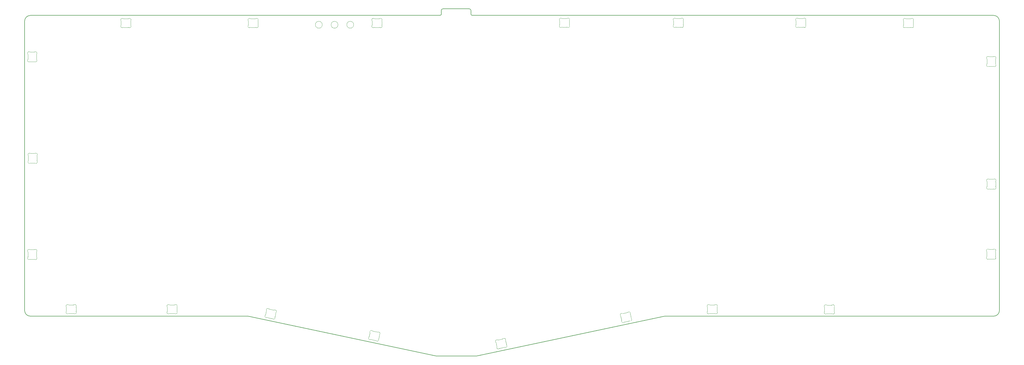
<source format=gm1>
%TF.GenerationSoftware,KiCad,Pcbnew,(5.99.0-11496-g396213fa30)*%
%TF.CreationDate,2021-07-23T07:47:41-04:00*%
%TF.ProjectId,arisutea-pcb,61726973-7574-4656-912d-7063622e6b69,0.4*%
%TF.SameCoordinates,Original*%
%TF.FileFunction,Profile,NP*%
%FSLAX46Y46*%
G04 Gerber Fmt 4.6, Leading zero omitted, Abs format (unit mm)*
G04 Created by KiCad (PCBNEW (5.99.0-11496-g396213fa30)) date 2021-07-23 07:47:41*
%MOMM*%
%LPD*%
G01*
G04 APERTURE LIST*
%TA.AperFunction,Profile*%
%ADD10C,0.150000*%
%TD*%
%TA.AperFunction,Profile*%
%ADD11C,0.010000*%
%TD*%
%TA.AperFunction,Profile*%
%ADD12C,0.100000*%
%TD*%
G04 APERTURE END LIST*
D10*
X362499949Y-24432509D02*
G75*
G02*
X364499949Y-26432509I0J-2000000D01*
G01*
X27412500Y-129207503D02*
G75*
G02*
X25412500Y-127207503I0J2000000D01*
G01*
X25412500Y-26432509D02*
X25412500Y-127207503D01*
X248110000Y-129207503D02*
X362499949Y-129207503D01*
X27412500Y-129207503D02*
X103126700Y-129207503D01*
X168600000Y-143125232D02*
X182630000Y-143125232D01*
X103126700Y-129207503D02*
X168600000Y-143125232D01*
X27412500Y-24432509D02*
G75*
G03*
X25412500Y-26432509I0J-2000000D01*
G01*
X182630000Y-143125232D02*
X248110000Y-129207503D01*
X364499949Y-26432509D02*
X364499949Y-127207503D01*
X170375000Y-23972792D02*
X170375000Y-22610808D01*
X170375000Y-22610808D02*
G75*
G02*
X170880914Y-22148800I505914J-45992D01*
G01*
X362499949Y-129207503D02*
G75*
G03*
X364499949Y-127207503I0J2000000D01*
G01*
X181172068Y-24432805D02*
X362499949Y-24432509D01*
X170375000Y-23972792D02*
G75*
G02*
X169869086Y-24434800I-505914J45992D01*
G01*
X180187992Y-22150000D02*
G75*
G02*
X180650000Y-22655914I-45992J-505914D01*
G01*
X169869086Y-24434800D02*
X27412500Y-24432509D01*
X181172068Y-24432805D02*
G75*
G02*
X180650000Y-23925000I-14068J507805D01*
G01*
X180187992Y-22150000D02*
X170880914Y-22148800D01*
X180650000Y-23925000D02*
X180650000Y-22655914D01*
D11*
X139884000Y-27686000D02*
G75*
G03*
X139884000Y-27686000I-1200000J0D01*
G01*
X134423000Y-27686000D02*
G75*
G03*
X134423000Y-27686000I-1200000J0D01*
G01*
X128962000Y-27686000D02*
G75*
G03*
X128962000Y-27686000I-1200000J0D01*
G01*
D12*
X28781842Y-37162001D02*
X27376158Y-37162001D01*
X27376158Y-40561999D02*
X28781842Y-40561999D01*
X26579000Y-38067548D02*
X26579000Y-39656452D01*
X29578999Y-39656452D02*
X29578999Y-38067547D01*
X26510703Y-39908711D02*
G75*
G03*
X27159280Y-40611484I431700J-252258D01*
G01*
X29647298Y-37815289D02*
G75*
G03*
X29578999Y-38067547I431701J-252258D01*
G01*
X27376157Y-40561999D02*
G75*
G03*
X27159280Y-40611484I1J-500000D01*
G01*
X26579000Y-38067548D02*
G75*
G03*
X26510701Y-37815289I-500000J0D01*
G01*
X27159280Y-37112516D02*
G75*
G03*
X27376158Y-37162001I216878J450515D01*
G01*
X28998720Y-40611484D02*
G75*
G03*
X28781842Y-40561999I-216878J-450515D01*
G01*
X29647297Y-37815289D02*
G75*
G03*
X28998720Y-37112516I-431700J252258D01*
G01*
X28781843Y-37162001D02*
G75*
G03*
X28998720Y-37112516I-1J500000D01*
G01*
X27159281Y-37112516D02*
G75*
G03*
X26510701Y-37815289I-216879J-450515D01*
G01*
X28998720Y-40611484D02*
G75*
G03*
X29647299Y-39908711I216878J450515D01*
G01*
X26510701Y-39908710D02*
G75*
G03*
X26579000Y-39656452I-431701J252258D01*
G01*
X29579000Y-39656453D02*
G75*
G03*
X29647299Y-39908711I499999J1D01*
G01*
X42408952Y-125284801D02*
X40820047Y-125284801D01*
X43314499Y-127487642D02*
X43314499Y-126081958D01*
X39914501Y-126081958D02*
X39914501Y-127487642D01*
X40820048Y-128284800D02*
X42408952Y-128284800D01*
X43314499Y-127487643D02*
G75*
G03*
X43363984Y-127704520I500000J1D01*
G01*
X39865016Y-127704519D02*
G75*
G03*
X40567789Y-128353099I450515J-216879D01*
G01*
X40820048Y-128284800D02*
G75*
G03*
X40567789Y-128353099I0J-500000D01*
G01*
X43363984Y-125865080D02*
G75*
G03*
X43314499Y-126081958I450515J-216878D01*
G01*
X42408953Y-125284800D02*
G75*
G03*
X42661211Y-125216501I-1J499999D01*
G01*
X39865016Y-127704520D02*
G75*
G03*
X39914501Y-127487642I-450515J216878D01*
G01*
X40567789Y-125216503D02*
G75*
G03*
X39865016Y-125865080I-252258J-431700D01*
G01*
X40567789Y-125216502D02*
G75*
G03*
X40820047Y-125284801I252258J431701D01*
G01*
X42661211Y-128353097D02*
G75*
G03*
X43363984Y-127704520I252258J431700D01*
G01*
X43363984Y-125865080D02*
G75*
G03*
X42661211Y-125216501I-450515J216878D01*
G01*
X39914501Y-126081957D02*
G75*
G03*
X39865016Y-125865080I-500000J-1D01*
G01*
X42661210Y-128353099D02*
G75*
G03*
X42408952Y-128284800I-252258J-431701D01*
G01*
X191662729Y-137155866D02*
X190108545Y-137486218D01*
X190732281Y-140420659D02*
X192286464Y-140090308D01*
X189388526Y-138454229D02*
X189680784Y-139829195D01*
X193006484Y-139122296D02*
X192714226Y-137747329D01*
X189677472Y-140051622D02*
G75*
G03*
X189680784Y-139829195I-485762J118471D01*
G01*
X189847599Y-137471859D02*
G75*
G03*
X190108545Y-137486218I156991J474715D01*
G01*
X192547410Y-140104667D02*
G75*
G03*
X192286464Y-140090308I-156990J-474715D01*
G01*
X191662730Y-137155866D02*
G75*
G03*
X191895275Y-137036611I-103957J489074D01*
G01*
X192717538Y-137524902D02*
G75*
G03*
X192714226Y-137747329I485762J-118472D01*
G01*
X190732281Y-140420659D02*
G75*
G03*
X190499735Y-140539914I103956J-489074D01*
G01*
X189847600Y-137471859D02*
G75*
G03*
X189295031Y-138252378I-156990J-474714D01*
G01*
X189677472Y-140051622D02*
G75*
G03*
X190499735Y-140539914I485762J-118472D01*
G01*
X192717538Y-137524903D02*
G75*
G03*
X191895275Y-137036611I-485762J118472D01*
G01*
X189388526Y-138454228D02*
G75*
G03*
X189295031Y-138252378I-489074J-103957D01*
G01*
X193006484Y-139122296D02*
G75*
G03*
X193099979Y-139324146I489074J103956D01*
G01*
X192547410Y-140104665D02*
G75*
G03*
X193099979Y-139324146I156990J474714D01*
G01*
X332037848Y-28588399D02*
X333626753Y-28588399D01*
X333626752Y-25588400D02*
X332037848Y-25588400D01*
X331132301Y-26385558D02*
X331132301Y-27791242D01*
X334532299Y-27791242D02*
X334532299Y-26385558D01*
X331785589Y-25520103D02*
G75*
G03*
X331082816Y-26168680I-252258J-431700D01*
G01*
X333879011Y-28656697D02*
G75*
G03*
X334581784Y-28008120I252258J431700D01*
G01*
X331082816Y-28008120D02*
G75*
G03*
X331132301Y-27791242I-450515J216878D01*
G01*
X334532299Y-27791243D02*
G75*
G03*
X334581784Y-28008120I500000J1D01*
G01*
X331785590Y-25520101D02*
G75*
G03*
X332037848Y-25588400I252258J431701D01*
G01*
X331132301Y-26385557D02*
G75*
G03*
X331082816Y-26168680I-500000J-1D01*
G01*
X333879011Y-28656698D02*
G75*
G03*
X333626753Y-28588399I-252258J-431701D01*
G01*
X332037847Y-28588400D02*
G75*
G03*
X331785589Y-28656699I1J-499999D01*
G01*
X334581784Y-26168680D02*
G75*
G03*
X334532299Y-26385558I450515J-216878D01*
G01*
X333626752Y-25588400D02*
G75*
G03*
X333879011Y-25520101I0J500000D01*
G01*
X331082816Y-28008120D02*
G75*
G03*
X331785589Y-28656699I450515J-216878D01*
G01*
X334581784Y-26168681D02*
G75*
G03*
X333879011Y-25520101I-450515J216879D01*
G01*
X251100001Y-26309158D02*
X251100001Y-27714842D01*
X252005548Y-28511999D02*
X253594453Y-28511999D01*
X253594452Y-25512000D02*
X252005548Y-25512000D01*
X254499999Y-27714842D02*
X254499999Y-26309158D01*
X251753289Y-25443703D02*
G75*
G03*
X251050516Y-26092280I-252258J-431700D01*
G01*
X253846711Y-28580297D02*
G75*
G03*
X254549484Y-27931720I252258J431700D01*
G01*
X251050516Y-27931720D02*
G75*
G03*
X251100001Y-27714842I-450515J216878D01*
G01*
X253594452Y-25512000D02*
G75*
G03*
X253846711Y-25443701I0J500000D01*
G01*
X251050516Y-27931720D02*
G75*
G03*
X251753289Y-28580299I450515J-216878D01*
G01*
X252005547Y-28512000D02*
G75*
G03*
X251753289Y-28580299I1J-499999D01*
G01*
X251753290Y-25443701D02*
G75*
G03*
X252005548Y-25512000I252258J431701D01*
G01*
X253846711Y-28580298D02*
G75*
G03*
X253594453Y-28511999I-252258J-431701D01*
G01*
X251100001Y-26309157D02*
G75*
G03*
X251050516Y-26092280I-500000J-1D01*
G01*
X254549484Y-26092280D02*
G75*
G03*
X254499999Y-26309158I450515J-216878D01*
G01*
X254499999Y-27714843D02*
G75*
G03*
X254549484Y-27931720I500000J1D01*
G01*
X254549484Y-26092281D02*
G75*
G03*
X253846711Y-25443701I-450515J216879D01*
G01*
X360107801Y-106825348D02*
X360107801Y-108414253D01*
X363107800Y-108414252D02*
X363107800Y-106825348D01*
X362310642Y-105919801D02*
X360904958Y-105919801D01*
X360904958Y-109319799D02*
X362310642Y-109319799D01*
X360039502Y-108666511D02*
G75*
G03*
X360107801Y-108414253I-431701J252258D01*
G01*
X363176099Y-106573090D02*
G75*
G03*
X363107800Y-106825348I431701J-252258D01*
G01*
X360688080Y-105870316D02*
G75*
G03*
X360904958Y-105919801I216878J450515D01*
G01*
X362527519Y-109369284D02*
G75*
G03*
X363176099Y-108666511I216879J450515D01*
G01*
X360039503Y-108666511D02*
G75*
G03*
X360688080Y-109369284I431700J-252258D01*
G01*
X362527520Y-109369284D02*
G75*
G03*
X362310642Y-109319799I-216878J-450515D01*
G01*
X363176097Y-106573089D02*
G75*
G03*
X362527520Y-105870316I-431700J252258D01*
G01*
X362310643Y-105919801D02*
G75*
G03*
X362527520Y-105870316I-1J500000D01*
G01*
X360688080Y-105870316D02*
G75*
G03*
X360039501Y-106573089I-216878J-450515D01*
G01*
X360904957Y-109319799D02*
G75*
G03*
X360688080Y-109369284I1J-500000D01*
G01*
X363107800Y-108414252D02*
G75*
G03*
X363176099Y-108666511I500000J0D01*
G01*
X360107800Y-106825347D02*
G75*
G03*
X360039501Y-106573089I-499999J-1D01*
G01*
X293700001Y-26309158D02*
X293700001Y-27714842D01*
X294605548Y-28511999D02*
X296194453Y-28511999D01*
X296194452Y-25512000D02*
X294605548Y-25512000D01*
X297099999Y-27714842D02*
X297099999Y-26309158D01*
X297099999Y-27714843D02*
G75*
G03*
X297149484Y-27931720I500000J1D01*
G01*
X293650516Y-27931720D02*
G75*
G03*
X294353289Y-28580299I450515J-216878D01*
G01*
X296194452Y-25512000D02*
G75*
G03*
X296446711Y-25443701I0J500000D01*
G01*
X297149484Y-26092280D02*
G75*
G03*
X297099999Y-26309158I450515J-216878D01*
G01*
X294605547Y-28512000D02*
G75*
G03*
X294353289Y-28580299I1J-499999D01*
G01*
X296446711Y-28580297D02*
G75*
G03*
X297149484Y-27931720I252258J431700D01*
G01*
X294353290Y-25443701D02*
G75*
G03*
X294605548Y-25512000I252258J431701D01*
G01*
X297149484Y-26092281D02*
G75*
G03*
X296446711Y-25443701I-450515J216879D01*
G01*
X294353289Y-25443703D02*
G75*
G03*
X293650516Y-26092280I-252258J-431700D01*
G01*
X293700001Y-26309157D02*
G75*
G03*
X293650516Y-26092280I-500000J-1D01*
G01*
X296446711Y-28580298D02*
G75*
G03*
X296194453Y-28511999I-252258J-431701D01*
G01*
X293650516Y-27931720D02*
G75*
G03*
X293700001Y-27714842I-450515J216878D01*
G01*
X148559816Y-137096995D02*
X148852074Y-135722029D01*
X145526374Y-135015129D02*
X145234116Y-136390096D01*
X148132054Y-134754018D02*
X146577870Y-134423666D01*
X145954136Y-137358108D02*
X147508319Y-137688459D01*
X147740866Y-137807712D02*
G75*
G03*
X148563128Y-137319422I336501J369819D01*
G01*
X147740865Y-137807713D02*
G75*
G03*
X147508319Y-137688459I-336502J-369820D01*
G01*
X148945569Y-135520179D02*
G75*
G03*
X148852074Y-135722029I395579J-305806D01*
G01*
X148945568Y-135520177D02*
G75*
G03*
X148393000Y-134739658I-395578J305805D01*
G01*
X148132054Y-134754018D02*
G75*
G03*
X148393000Y-134739658I103955J489074D01*
G01*
X145140622Y-136591944D02*
G75*
G03*
X145693189Y-137372467I395578J-305808D01*
G01*
X145140621Y-136591946D02*
G75*
G03*
X145234116Y-136390096I-395579J305806D01*
G01*
X148559816Y-137096995D02*
G75*
G03*
X148563128Y-137319422I489074J-103956D01*
G01*
X145954136Y-137358107D02*
G75*
G03*
X145693189Y-137372467I-103956J-489075D01*
G01*
X146345325Y-134304412D02*
G75*
G03*
X146577870Y-134423666I336501J369820D01*
G01*
X145526374Y-135015129D02*
G75*
G03*
X145523062Y-134792702I-489074J103955D01*
G01*
X146345324Y-134304413D02*
G75*
G03*
X145523062Y-134792702I-336501J-369819D01*
G01*
X304538948Y-128361000D02*
X306127852Y-128361000D01*
X306127852Y-125361001D02*
X304538947Y-125361001D01*
X307033399Y-127563842D02*
X307033399Y-126158158D01*
X303633401Y-126158158D02*
X303633401Y-127563842D01*
X306127853Y-125361000D02*
G75*
G03*
X306380111Y-125292701I-1J499999D01*
G01*
X307082884Y-125941280D02*
G75*
G03*
X307033399Y-126158158I450515J-216878D01*
G01*
X303583916Y-127780720D02*
G75*
G03*
X303633401Y-127563842I-450515J216878D01*
G01*
X307082884Y-125941280D02*
G75*
G03*
X306380111Y-125292701I-450515J216878D01*
G01*
X307033399Y-127563843D02*
G75*
G03*
X307082884Y-127780720I500000J1D01*
G01*
X304286689Y-125292703D02*
G75*
G03*
X303583916Y-125941280I-252258J-431700D01*
G01*
X304538948Y-128361000D02*
G75*
G03*
X304286689Y-128429299I0J-500000D01*
G01*
X306380110Y-128429299D02*
G75*
G03*
X306127852Y-128361000I-252258J-431701D01*
G01*
X306380111Y-128429297D02*
G75*
G03*
X307082884Y-127780720I252258J431700D01*
G01*
X304286689Y-125292702D02*
G75*
G03*
X304538947Y-125361001I252258J431701D01*
G01*
X303583916Y-127780719D02*
G75*
G03*
X304286689Y-128429299I450515J-216879D01*
G01*
X303633401Y-126158157D02*
G75*
G03*
X303583916Y-125941280I-500000J-1D01*
G01*
X149671099Y-27791242D02*
X149671099Y-26385558D01*
X146271101Y-26385558D02*
X146271101Y-27791242D01*
X147176648Y-28588399D02*
X148765553Y-28588399D01*
X148765552Y-25588400D02*
X147176648Y-25588400D01*
X149017811Y-28656698D02*
G75*
G03*
X148765553Y-28588399I-252258J-431701D01*
G01*
X146221616Y-28008120D02*
G75*
G03*
X146924389Y-28656699I450515J-216878D01*
G01*
X146271101Y-26385557D02*
G75*
G03*
X146221616Y-26168680I-500000J-1D01*
G01*
X146221616Y-28008120D02*
G75*
G03*
X146271101Y-27791242I-450515J216878D01*
G01*
X149720584Y-26168680D02*
G75*
G03*
X149671099Y-26385558I450515J-216878D01*
G01*
X149671099Y-27791243D02*
G75*
G03*
X149720584Y-28008120I500000J1D01*
G01*
X147176647Y-28588400D02*
G75*
G03*
X146924389Y-28656699I1J-499999D01*
G01*
X146924389Y-25520103D02*
G75*
G03*
X146221616Y-26168680I-252258J-431700D01*
G01*
X146924390Y-25520101D02*
G75*
G03*
X147176648Y-25588400I252258J431701D01*
G01*
X148765552Y-25588400D02*
G75*
G03*
X149017811Y-25520101I0J500000D01*
G01*
X149017811Y-28656697D02*
G75*
G03*
X149720584Y-28008120I252258J431700D01*
G01*
X149720584Y-26168681D02*
G75*
G03*
X149017811Y-25520101I-450515J216879D01*
G01*
X236406484Y-129922296D02*
X236114226Y-128547329D01*
X235062729Y-127955866D02*
X233508545Y-128286218D01*
X232788526Y-129254229D02*
X233080784Y-130629195D01*
X234132281Y-131220659D02*
X235686464Y-130890308D01*
X236117538Y-128324903D02*
G75*
G03*
X235295275Y-127836611I-485762J118472D01*
G01*
X233247600Y-128271859D02*
G75*
G03*
X232695031Y-129052378I-156990J-474714D01*
G01*
X235947410Y-130904667D02*
G75*
G03*
X235686464Y-130890308I-156990J-474715D01*
G01*
X232788526Y-129254228D02*
G75*
G03*
X232695031Y-129052378I-489074J-103957D01*
G01*
X233247599Y-128271859D02*
G75*
G03*
X233508545Y-128286218I156991J474715D01*
G01*
X234132281Y-131220659D02*
G75*
G03*
X233899735Y-131339914I103956J-489074D01*
G01*
X233077472Y-130851622D02*
G75*
G03*
X233899735Y-131339914I485762J-118472D01*
G01*
X236117538Y-128324902D02*
G75*
G03*
X236114226Y-128547329I485762J-118472D01*
G01*
X235062730Y-127955866D02*
G75*
G03*
X235295275Y-127836611I-103957J489074D01*
G01*
X235947410Y-130904665D02*
G75*
G03*
X236499979Y-130124146I156990J474714D01*
G01*
X236406484Y-129922296D02*
G75*
G03*
X236499979Y-130124146I489074J103956D01*
G01*
X233077472Y-130851622D02*
G75*
G03*
X233080784Y-130629195I-485762J118471D01*
G01*
X59851448Y-28588399D02*
X61440353Y-28588399D01*
X58945901Y-26385558D02*
X58945901Y-27791242D01*
X62345899Y-27791242D02*
X62345899Y-26385558D01*
X61440352Y-25588400D02*
X59851448Y-25588400D01*
X58896416Y-28008120D02*
G75*
G03*
X59599189Y-28656699I450515J-216878D01*
G01*
X58945901Y-26385557D02*
G75*
G03*
X58896416Y-26168680I-500000J-1D01*
G01*
X62345899Y-27791243D02*
G75*
G03*
X62395384Y-28008120I500000J1D01*
G01*
X59599189Y-25520103D02*
G75*
G03*
X58896416Y-26168680I-252258J-431700D01*
G01*
X59599190Y-25520101D02*
G75*
G03*
X59851448Y-25588400I252258J431701D01*
G01*
X59851447Y-28588400D02*
G75*
G03*
X59599189Y-28656699I1J-499999D01*
G01*
X61692611Y-28656697D02*
G75*
G03*
X62395384Y-28008120I252258J431700D01*
G01*
X61440352Y-25588400D02*
G75*
G03*
X61692611Y-25520101I0J500000D01*
G01*
X62395384Y-26168681D02*
G75*
G03*
X61692611Y-25520101I-450515J216879D01*
G01*
X62395384Y-26168680D02*
G75*
G03*
X62345899Y-26385558I450515J-216878D01*
G01*
X61692611Y-28656698D02*
G75*
G03*
X61440353Y-28588399I-252258J-431701D01*
G01*
X58896416Y-28008120D02*
G75*
G03*
X58945901Y-27791242I-450515J216878D01*
G01*
X27509158Y-75899999D02*
X28914842Y-75899999D01*
X29711999Y-74994452D02*
X29711999Y-73405547D01*
X28914842Y-72500001D02*
X27509158Y-72500001D01*
X26712000Y-73405548D02*
X26712000Y-74994452D01*
X29712000Y-74994453D02*
G75*
G03*
X29780299Y-75246711I499999J1D01*
G01*
X27292280Y-72450516D02*
G75*
G03*
X27509158Y-72500001I216878J450515D01*
G01*
X29131720Y-75949484D02*
G75*
G03*
X28914842Y-75899999I-216878J-450515D01*
G01*
X29780297Y-73153289D02*
G75*
G03*
X29131720Y-72450516I-431700J252258D01*
G01*
X26712000Y-73405548D02*
G75*
G03*
X26643701Y-73153289I-500000J0D01*
G01*
X27509157Y-75899999D02*
G75*
G03*
X27292280Y-75949484I1J-500000D01*
G01*
X26643701Y-75246710D02*
G75*
G03*
X26712000Y-74994452I-431701J252258D01*
G01*
X29780298Y-73153289D02*
G75*
G03*
X29711999Y-73405547I431701J-252258D01*
G01*
X29131720Y-75949484D02*
G75*
G03*
X29780299Y-75246711I216878J450515D01*
G01*
X26643703Y-75246711D02*
G75*
G03*
X27292280Y-75949484I431700J-252258D01*
G01*
X28914843Y-72500001D02*
G75*
G03*
X29131720Y-72450516I-1J500000D01*
G01*
X27292281Y-72450516D02*
G75*
G03*
X26643701Y-73153289I-216879J-450515D01*
G01*
X363158600Y-41282052D02*
X363158600Y-39693148D01*
X362361442Y-38787601D02*
X360955758Y-38787601D01*
X360955758Y-42187599D02*
X362361442Y-42187599D01*
X360158601Y-39693148D02*
X360158601Y-41282053D01*
X360090303Y-41534311D02*
G75*
G03*
X360738880Y-42237084I431700J-252258D01*
G01*
X360738880Y-38738116D02*
G75*
G03*
X360090301Y-39440889I-216878J-450515D01*
G01*
X363226899Y-39440890D02*
G75*
G03*
X363158600Y-39693148I431701J-252258D01*
G01*
X360955757Y-42187599D02*
G75*
G03*
X360738880Y-42237084I1J-500000D01*
G01*
X360738880Y-38738116D02*
G75*
G03*
X360955758Y-38787601I216878J450515D01*
G01*
X362578319Y-42237084D02*
G75*
G03*
X363226899Y-41534311I216879J450515D01*
G01*
X362578320Y-42237084D02*
G75*
G03*
X362361442Y-42187599I-216878J-450515D01*
G01*
X360090302Y-41534311D02*
G75*
G03*
X360158601Y-41282053I-431701J252258D01*
G01*
X363226897Y-39440889D02*
G75*
G03*
X362578320Y-38738116I-431700J252258D01*
G01*
X362361443Y-38787601D02*
G75*
G03*
X362578320Y-38738116I-1J500000D01*
G01*
X363158600Y-41282052D02*
G75*
G03*
X363226899Y-41534311I500000J0D01*
G01*
X360158600Y-39693147D02*
G75*
G03*
X360090301Y-39440889I-499999J-1D01*
G01*
X26579000Y-106923048D02*
X26579000Y-108511952D01*
X28781842Y-106017501D02*
X27376158Y-106017501D01*
X27376158Y-109417499D02*
X28781842Y-109417499D01*
X29578999Y-108511952D02*
X29578999Y-106923047D01*
X29647297Y-106670789D02*
G75*
G03*
X28998720Y-105968016I-431700J252258D01*
G01*
X26579000Y-106923048D02*
G75*
G03*
X26510701Y-106670789I-500000J0D01*
G01*
X28998720Y-109466984D02*
G75*
G03*
X28781842Y-109417499I-216878J-450515D01*
G01*
X27376157Y-109417499D02*
G75*
G03*
X27159280Y-109466984I1J-500000D01*
G01*
X27159280Y-105968016D02*
G75*
G03*
X27376158Y-106017501I216878J450515D01*
G01*
X29647298Y-106670789D02*
G75*
G03*
X29578999Y-106923047I431701J-252258D01*
G01*
X26510703Y-108764211D02*
G75*
G03*
X27159280Y-109466984I431700J-252258D01*
G01*
X28781843Y-106017501D02*
G75*
G03*
X28998720Y-105968016I-1J500000D01*
G01*
X27159281Y-105968016D02*
G75*
G03*
X26510701Y-106670789I-216879J-450515D01*
G01*
X28998720Y-109466984D02*
G75*
G03*
X29647299Y-108764211I216878J450515D01*
G01*
X26510701Y-108764210D02*
G75*
G03*
X26579000Y-108511952I-431701J252258D01*
G01*
X29579000Y-108511953D02*
G75*
G03*
X29647299Y-108764211I499999J1D01*
G01*
X211500001Y-26309158D02*
X211500001Y-27714842D01*
X213994452Y-25512000D02*
X212405548Y-25512000D01*
X212405548Y-28511999D02*
X213994453Y-28511999D01*
X214899999Y-27714842D02*
X214899999Y-26309158D01*
X212405547Y-28512000D02*
G75*
G03*
X212153289Y-28580299I1J-499999D01*
G01*
X213994452Y-25512000D02*
G75*
G03*
X214246711Y-25443701I0J500000D01*
G01*
X211450516Y-27931720D02*
G75*
G03*
X211500001Y-27714842I-450515J216878D01*
G01*
X214899999Y-27714843D02*
G75*
G03*
X214949484Y-27931720I500000J1D01*
G01*
X212153289Y-25443703D02*
G75*
G03*
X211450516Y-26092280I-252258J-431700D01*
G01*
X211450516Y-27931720D02*
G75*
G03*
X212153289Y-28580299I450515J-216878D01*
G01*
X211500001Y-26309157D02*
G75*
G03*
X211450516Y-26092280I-500000J-1D01*
G01*
X214246711Y-28580297D02*
G75*
G03*
X214949484Y-27931720I252258J431700D01*
G01*
X214246711Y-28580298D02*
G75*
G03*
X213994453Y-28511999I-252258J-431701D01*
G01*
X214949484Y-26092281D02*
G75*
G03*
X214246711Y-25443701I-450515J216879D01*
G01*
X212153290Y-25443701D02*
G75*
G03*
X212405548Y-25512000I252258J431701D01*
G01*
X214949484Y-26092280D02*
G75*
G03*
X214899999Y-26309158I450515J-216878D01*
G01*
X262900001Y-126085158D02*
X262900001Y-127490842D01*
X265394452Y-125288001D02*
X263805547Y-125288001D01*
X263805548Y-128288000D02*
X265394452Y-128288000D01*
X266299999Y-127490842D02*
X266299999Y-126085158D01*
X262850516Y-127707719D02*
G75*
G03*
X263553289Y-128356299I450515J-216879D01*
G01*
X263553289Y-125219702D02*
G75*
G03*
X263805547Y-125288001I252258J431701D01*
G01*
X263805548Y-128288000D02*
G75*
G03*
X263553289Y-128356299I0J-500000D01*
G01*
X266349484Y-125868280D02*
G75*
G03*
X266299999Y-126085158I450515J-216878D01*
G01*
X262850516Y-127707720D02*
G75*
G03*
X262900001Y-127490842I-450515J216878D01*
G01*
X266349484Y-125868280D02*
G75*
G03*
X265646711Y-125219701I-450515J216878D01*
G01*
X265394453Y-125288000D02*
G75*
G03*
X265646711Y-125219701I-1J499999D01*
G01*
X265646711Y-128356297D02*
G75*
G03*
X266349484Y-127707720I252258J431700D01*
G01*
X262900001Y-126085157D02*
G75*
G03*
X262850516Y-125868280I-500000J-1D01*
G01*
X263553289Y-125219703D02*
G75*
G03*
X262850516Y-125868280I-252258J-431700D01*
G01*
X265646710Y-128356299D02*
G75*
G03*
X265394452Y-128288000I-252258J-431701D01*
G01*
X266299999Y-127490843D02*
G75*
G03*
X266349484Y-127707720I500000J1D01*
G01*
X104107548Y-28588399D02*
X105696453Y-28588399D01*
X105696452Y-25588400D02*
X104107548Y-25588400D01*
X106601999Y-27791242D02*
X106601999Y-26385558D01*
X103202001Y-26385558D02*
X103202001Y-27791242D01*
X105948711Y-28656698D02*
G75*
G03*
X105696453Y-28588399I-252258J-431701D01*
G01*
X104107547Y-28588400D02*
G75*
G03*
X103855289Y-28656699I1J-499999D01*
G01*
X103152516Y-28008120D02*
G75*
G03*
X103202001Y-27791242I-450515J216878D01*
G01*
X103855289Y-25520103D02*
G75*
G03*
X103152516Y-26168680I-252258J-431700D01*
G01*
X103152516Y-28008120D02*
G75*
G03*
X103855289Y-28656699I450515J-216878D01*
G01*
X103855290Y-25520101D02*
G75*
G03*
X104107548Y-25588400I252258J431701D01*
G01*
X105696452Y-25588400D02*
G75*
G03*
X105948711Y-25520101I0J500000D01*
G01*
X106601999Y-27791243D02*
G75*
G03*
X106651484Y-28008120I500000J1D01*
G01*
X106651484Y-26168681D02*
G75*
G03*
X105948711Y-25520101I-450515J216879D01*
G01*
X103202001Y-26385557D02*
G75*
G03*
X103152516Y-26168680I-500000J-1D01*
G01*
X105948711Y-28656697D02*
G75*
G03*
X106651484Y-28008120I252258J431700D01*
G01*
X106651484Y-26168680D02*
G75*
G03*
X106601999Y-26385558I450515J-216878D01*
G01*
X75918048Y-128300000D02*
X77506952Y-128300000D01*
X75012501Y-126097158D02*
X75012501Y-127502842D01*
X77506952Y-125300001D02*
X75918047Y-125300001D01*
X78412499Y-127502842D02*
X78412499Y-126097158D01*
X78461984Y-125880280D02*
G75*
G03*
X78412499Y-126097158I450515J-216878D01*
G01*
X77759211Y-128368297D02*
G75*
G03*
X78461984Y-127719720I252258J431700D01*
G01*
X78461984Y-125880280D02*
G75*
G03*
X77759211Y-125231701I-450515J216878D01*
G01*
X77759210Y-128368299D02*
G75*
G03*
X77506952Y-128300000I-252258J-431701D01*
G01*
X74963016Y-127719719D02*
G75*
G03*
X75665789Y-128368299I450515J-216879D01*
G01*
X74963016Y-127719720D02*
G75*
G03*
X75012501Y-127502842I-450515J216878D01*
G01*
X78412499Y-127502843D02*
G75*
G03*
X78461984Y-127719720I500000J1D01*
G01*
X75665789Y-125231702D02*
G75*
G03*
X75918047Y-125300001I252258J431701D01*
G01*
X75012501Y-126097157D02*
G75*
G03*
X74963016Y-125880280I-500000J-1D01*
G01*
X75665789Y-125231703D02*
G75*
G03*
X74963016Y-125880280I-252258J-431700D01*
G01*
X77506953Y-125300000D02*
G75*
G03*
X77759211Y-125231701I-1J499999D01*
G01*
X75918048Y-128300000D02*
G75*
G03*
X75665789Y-128368299I0J-500000D01*
G01*
X112519216Y-129429195D02*
X112811474Y-128054229D01*
X109913536Y-129690308D02*
X111467719Y-130020659D01*
X112091454Y-127086218D02*
X110537270Y-126755866D01*
X109485774Y-127347329D02*
X109193516Y-128722296D01*
X112091454Y-127086218D02*
G75*
G03*
X112352400Y-127071858I103955J489074D01*
G01*
X109913536Y-129690307D02*
G75*
G03*
X109652589Y-129704667I-103956J-489075D01*
G01*
X109100022Y-128924144D02*
G75*
G03*
X109652589Y-129704667I395578J-305808D01*
G01*
X110304725Y-126636612D02*
G75*
G03*
X110537270Y-126755866I336501J369820D01*
G01*
X112904969Y-127852379D02*
G75*
G03*
X112811474Y-128054229I395579J-305806D01*
G01*
X109100021Y-128924146D02*
G75*
G03*
X109193516Y-128722296I-395579J305806D01*
G01*
X109485774Y-127347329D02*
G75*
G03*
X109482462Y-127124902I-489074J103955D01*
G01*
X112904968Y-127852377D02*
G75*
G03*
X112352400Y-127071858I-395578J305805D01*
G01*
X110304724Y-126636613D02*
G75*
G03*
X109482462Y-127124902I-336501J-369819D01*
G01*
X112519216Y-129429195D02*
G75*
G03*
X112522528Y-129651622I489074J-103956D01*
G01*
X111700266Y-130139912D02*
G75*
G03*
X112522528Y-129651622I336501J369819D01*
G01*
X111700265Y-130139913D02*
G75*
G03*
X111467719Y-130020659I-336502J-369820D01*
G01*
X362390842Y-81500001D02*
X360985158Y-81500001D01*
X360985158Y-84899999D02*
X362390842Y-84899999D01*
X360188001Y-82405548D02*
X360188001Y-83994453D01*
X363188000Y-83994452D02*
X363188000Y-82405548D01*
X360119703Y-84246711D02*
G75*
G03*
X360768280Y-84949484I431700J-252258D01*
G01*
X360768280Y-81450516D02*
G75*
G03*
X360119701Y-82153289I-216878J-450515D01*
G01*
X362607719Y-84949484D02*
G75*
G03*
X363256299Y-84246711I216879J450515D01*
G01*
X362390843Y-81500001D02*
G75*
G03*
X362607720Y-81450516I-1J500000D01*
G01*
X363256299Y-82153290D02*
G75*
G03*
X363188000Y-82405548I431701J-252258D01*
G01*
X360119702Y-84246711D02*
G75*
G03*
X360188001Y-83994453I-431701J252258D01*
G01*
X363256297Y-82153289D02*
G75*
G03*
X362607720Y-81450516I-431700J252258D01*
G01*
X360768280Y-81450516D02*
G75*
G03*
X360985158Y-81500001I216878J450515D01*
G01*
X362607720Y-84949484D02*
G75*
G03*
X362390842Y-84899999I-216878J-450515D01*
G01*
X363188000Y-83994452D02*
G75*
G03*
X363256299Y-84246711I500000J0D01*
G01*
X360985157Y-84899999D02*
G75*
G03*
X360768280Y-84949484I1J-500000D01*
G01*
X360188000Y-82405547D02*
G75*
G03*
X360119701Y-82153289I-499999J-1D01*
G01*
M02*

</source>
